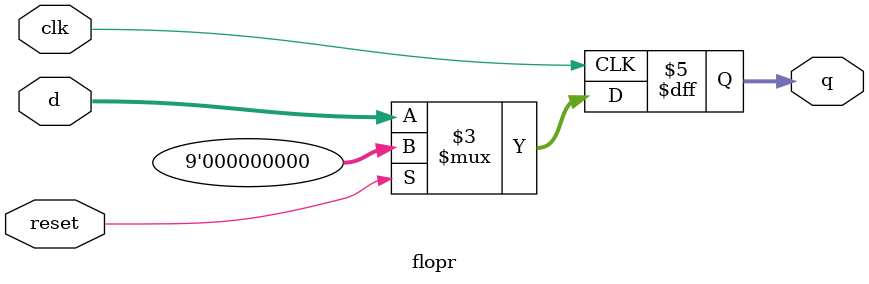
<source format=sv>
module flopr #(
parameter WIDTH = 9
)(
input logic clk , reset ,
input logic [ WIDTH -1:0] d ,
output logic [ WIDTH -1:0] q
);

always @(posedge clk)begin
    if(reset)begin
        q <= 9'b0;
    end 
    else begin
        q <= d;
    end
end 

endmodule
</source>
